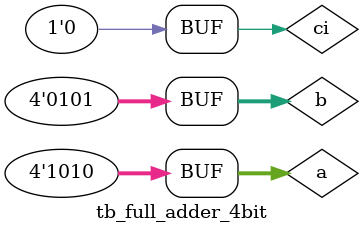
<source format=v>
module tb_full_adder_4bit();

reg [3:0] a, b;
reg ci;
wire [3:0] sum;
wire co;

full_adder_4bit fa0(.a(a), .b(b), .ci(ci), .sum(sum), .co(co));

initial begin
	a <= 4'b1010;
	b <= 4'b0101;
	ci <= 1'b0;
end

endmodule

</source>
